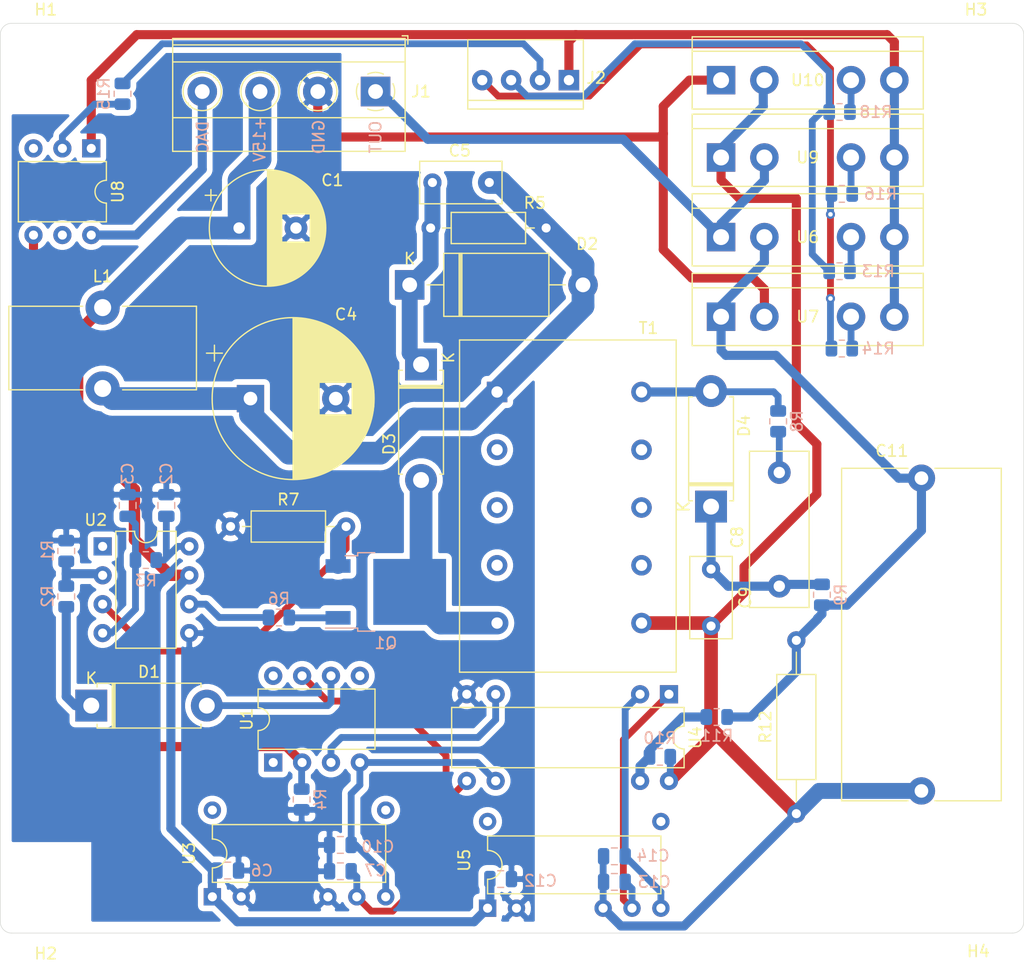
<source format=kicad_pcb>
(kicad_pcb (version 20171130) (host pcbnew "(5.1.10-1-10_14)")
  (layers (0 F.Cu signal) (31 B.Cu signal) (34 B.Paste user) (35 F.Paste user) (36 B.SilkS user) (37 F.SilkS user) (38 B.Mask user) (39 F.Mask user) (44 Edge.Cuts user))
  (net 0 "")
  (net 1 GND)
  (net 2 +15V)
  (net 3 "Net-(C2-Pad1)")
  (net 4 "Net-(C3-Pad1)")
  (net 5 "Net-(C4-Pad1)")
  (net 6 "Net-(C5-Pad2)")
  (net 7 "Net-(C7-Pad1)")
  (net 8 "Net-(C8-Pad2)")
  (net 9 "Net-(C8-Pad1)")
  (net 10 GND2)
  (net 11 "Net-(C10-Pad1)")
  (net 12 "Net-(C11-Pad1)")
  (net 13 "Net-(C13-Pad1)")
  (net 14 "Net-(C14-Pad1)")
  (net 15 "Net-(D1-Pad2)")
  (net 16 "Net-(D1-Pad1)")
  (net 17 "Net-(D3-Pad2)")
  (net 18 "Net-(D4-Pad2)")
  (net 19 dac_input)
  (net 20 HV_output)
  (net 21 set_negativ)
  (net 22 dac_relay)
  (net 23 common_anode)
  (net 24 set_positive)
  (net 25 "Net-(Q1-Pad3)")
  (net 26 "Net-(Q1-Pad1)")
  (net 27 "Net-(R1-Pad2)")
  (net 28 dac_in)
  (net 29 "Net-(R6-Pad2)")
  (net 30 feedback)
  (net 31 "Net-(R13-Pad1)")
  (net 32 "Net-(R14-Pad2)")
  (net 33 "Net-(R15-Pad2)")
  (net 34 "Net-(R16-Pad1)")
  (net 35 "Net-(R18-Pad2)")
  (net 36 "Net-(U1-Pad3)")
  (module Resistor_SMD:R_0805_2012Metric (layer B.Cu) (at 178 135.5 180)
    (fp_text reference R10 (at 0 1.65) (layer B.SilkS) (effects (justify mirror)))
    (fp_text value "30k 1%")
    (pad 2 smd roundrect (at 0.9125 0 180) (size 1.025 1.4) (layers B.Cu B.Paste B.Mask) (roundrect_rratio 0.2439014634146341) (net 30 feedback))
    (pad 1 smd roundrect (at -0.9125 0 180) (size 1.025 1.4) (layers B.Cu B.Paste B.Mask) (roundrect_rratio 0.2439014634146341) (net 10 GND2))
  )
  (module MountingHole:MountingHole_3.2mm_M3 (layer F.Cu) (at 206 147)
    (fp_text reference H4 (at 0 5.6) (layer F.SilkS))
    (fp_text value MountingHole)
    (pad 1 np_thru_hole circle (at 0 0) (size 3.2 3.2) (drill 3.2) (layers *.Cu *.Mask))
  )
  (module MountingHole:MountingHole_3.2mm_M3 (layer F.Cu) (at 206 75)
    (fp_text reference H3 (at -0.2 -5.2) (layer F.SilkS))
    (fp_text value MountingHole)
    (pad 1 np_thru_hole circle (at 0 0) (size 3.2 3.2) (drill 3.2) (layers *.Cu *.Mask))
  )
  (module MountingHole:MountingHole_3.2mm_M3 (layer F.Cu) (at 124 147)
    (fp_text reference H2 (at 0 5.8) (layer F.SilkS))
    (fp_text value MountingHole)
    (pad 1 np_thru_hole circle (at 0 0) (size 3.2 3.2) (drill 3.2) (layers *.Cu *.Mask))
  )
  (module MountingHole:MountingHole_3.2mm_M3 (layer F.Cu) (at 124 75)
    (fp_text reference H1 (at 0 -5.2) (layer F.SilkS))
    (fp_text value MountingHole)
    (pad 1 np_thru_hole circle (at 0 0) (size 3.2 3.2) (drill 3.2) (layers *.Cu *.Mask))
  )
  (module OptoDevice:i4-PAC (layer F.Cu) (at 191 76)
    (fp_text reference U10 (at 0 0) (layer F.SilkS))
    (fp_text value CPC1977)
    (pad 4 thru_hole circle (at 7.62 0) (size 2.5 2.5) (drill 1.4) (layers *.Cu *.Mask) (net 23 common_anode))
    (pad 3 thru_hole circle (at 3.81 0) (size 2.5 2.5) (drill 1.4) (layers *.Cu *.Mask) (net 35 "Net-(R18-Pad2)"))
    (pad 2 thru_hole circle (at -3.81 0) (size 2.5 2.5) (drill 1.4) (layers *.Cu *.Mask) (net 10 GND2))
    (pad 1 thru_hole rect (at -7.62 0) (size 2.5 2.5) (drill 1.4) (layers *.Cu *.Mask) (net 1 GND))
  )
  (module OptoDevice:i4-PAC (layer F.Cu) (at 191 82.8)
    (fp_text reference U9 (at 0 0) (layer F.SilkS))
    (fp_text value CPC1977)
    (pad 4 thru_hole circle (at 7.62 0) (size 2.5 2.5) (drill 1.4) (layers *.Cu *.Mask) (net 23 common_anode))
    (pad 3 thru_hole circle (at 3.81 0) (size 2.5 2.5) (drill 1.4) (layers *.Cu *.Mask) (net 34 "Net-(R16-Pad1)"))
    (pad 2 thru_hole circle (at -3.81 0) (size 2.5 2.5) (drill 1.4) (layers *.Cu *.Mask) (net 20 HV_output))
    (pad 1 thru_hole rect (at -7.62 0) (size 2.5 2.5) (drill 1.4) (layers *.Cu *.Mask) (net 10 GND2))
  )
  (module Package_DIP:DIP-6_W7.62mm (layer F.Cu) (at 128 82 270)
    (fp_text reference U8 (at 3.81 -2.33 90) (layer F.SilkS))
    (fp_text value PVN012)
    (pad 6 thru_hole oval (at 7.62 0 270) (size 1.6 1.6) (drill 0.8) (layers *.Cu *.Mask) (net 19 dac_input))
    (pad 3 thru_hole oval (at 0 5.08 270) (size 1.6 1.6) (drill 0.8) (layers *.Cu *.Mask))
    (pad 5 thru_hole oval (at 7.62 2.54 270) (size 1.6 1.6) (drill 0.8) (layers *.Cu *.Mask))
    (pad 2 thru_hole oval (at 0 2.54 270) (size 1.6 1.6) (drill 0.8) (layers *.Cu *.Mask) (net 33 "Net-(R15-Pad2)"))
    (pad 4 thru_hole oval (at 7.62 5.08 270) (size 1.6 1.6) (drill 0.8) (layers *.Cu *.Mask) (net 28 dac_in))
    (pad 1 thru_hole rect (at 0 0 270) (size 1.6 1.6) (drill 0.8) (layers *.Cu *.Mask) (net 23 common_anode))
  )
  (module OptoDevice:i4-PAC (layer F.Cu) (at 191 96.8)
    (fp_text reference U7 (at 0 0) (layer F.SilkS))
    (fp_text value CPC1977)
    (pad 4 thru_hole circle (at 7.62 0) (size 2.5 2.5) (drill 1.4) (layers *.Cu *.Mask) (net 23 common_anode))
    (pad 3 thru_hole circle (at 3.81 0) (size 2.5 2.5) (drill 1.4) (layers *.Cu *.Mask) (net 32 "Net-(R14-Pad2)"))
    (pad 2 thru_hole circle (at -3.81 0) (size 2.5 2.5) (drill 1.4) (layers *.Cu *.Mask) (net 1 GND))
    (pad 1 thru_hole rect (at -7.62 0) (size 2.5 2.5) (drill 1.4) (layers *.Cu *.Mask) (net 12 "Net-(C11-Pad1)"))
  )
  (module OptoDevice:i4-PAC (layer F.Cu) (at 191 89.8)
    (fp_text reference U6 (at 0 0) (layer F.SilkS))
    (fp_text value CPC1977)
    (pad 4 thru_hole circle (at 7.62 0) (size 2.5 2.5) (drill 1.4) (layers *.Cu *.Mask) (net 23 common_anode))
    (pad 3 thru_hole circle (at 3.81 0) (size 2.5 2.5) (drill 1.4) (layers *.Cu *.Mask) (net 31 "Net-(R13-Pad1)"))
    (pad 2 thru_hole circle (at -3.81 0) (size 2.5 2.5) (drill 1.4) (layers *.Cu *.Mask) (net 12 "Net-(C11-Pad1)"))
    (pad 1 thru_hole rect (at -7.62 0) (size 2.5 2.5) (drill 1.4) (layers *.Cu *.Mask) (net 20 HV_output))
  )
  (module Converter_DCDC:Converter_DCDC_DCP01xxxxD (layer F.Cu) (at 169.2 145 90)
    (fp_text reference U5 (at 0.4 -8.4 90) (layer F.SilkS))
    (fp_text value DCP011515D)
    (pad 14 thru_hole circle (at 3.81 -6.35 90) (size 1.524 1.524) (drill 0.8) (layers *.Cu *.Mask))
    (pad 8 thru_hole circle (at 3.81 8.89 90) (size 1.524 1.524) (drill 0.8) (layers *.Cu *.Mask))
    (pad 7 thru_hole circle (at -3.81 8.89 90) (size 1.524 1.524) (drill 0.8) (layers *.Cu *.Mask) (net 14 "Net-(C14-Pad1)"))
    (pad 6 thru_hole circle (at -3.81 6.35 90) (size 1.524 1.524) (drill 0.8) (layers *.Cu *.Mask) (net 13 "Net-(C13-Pad1)"))
    (pad 5 thru_hole circle (at -3.81 3.81 90) (size 1.524 1.524) (drill 0.8) (layers *.Cu *.Mask) (net 10 GND2))
    (pad 2 thru_hole circle (at -3.81 -3.81 90) (size 1.524 1.524) (drill 0.8) (layers *.Cu *.Mask) (net 1 GND))
    (pad 1 thru_hole rect (at -3.81 -6.35 90) (size 1.524 1.524) (drill 0.8) (layers *.Cu *.Mask) (net 2 +15V))
  )
  (module Package_DIP:DIP-8-16_W7.62mm (layer F.Cu) (at 178.8 130 270)
    (fp_text reference U4 (at 3.81 -2.33 90) (layer F.SilkS))
    (fp_text value ISO124P)
    (pad 8 thru_hole circle (at 7.62 0 270) (size 1.6 1.6) (drill 0.8) (layers *.Cu *.Mask) (net 10 GND2))
    (pad 4 thru_hole circle (at 0 17.78 270) (size 1.6 1.6) (drill 0.8) (layers *.Cu *.Mask) (net 1 GND))
    (pad 7 thru_hole circle (at 7.62 2.54 270) (size 1.6 1.6) (drill 0.8) (layers *.Cu *.Mask) (net 30 feedback))
    (pad 3 thru_hole circle (at 0 15.24 270) (size 1.6 1.6) (drill 0.8) (layers *.Cu *.Mask) (net 36 "Net-(U1-Pad3)"))
    (pad 6 thru_hole circle (at 7.62 15.24 270) (size 1.6 1.6) (drill 0.8) (layers *.Cu *.Mask) (net 11 "Net-(C10-Pad1)"))
    (pad 2 thru_hole circle (at 0 2.54 270) (size 1.6 1.6) (drill 0.8) (layers *.Cu *.Mask) (net 14 "Net-(C14-Pad1)"))
    (pad 5 thru_hole circle (at 7.62 17.78 270) (size 1.6 1.6) (drill 0.8) (layers *.Cu *.Mask) (net 7 "Net-(C7-Pad1)"))
    (pad 1 thru_hole rect (at 0 0 270) (size 1.6 1.6) (drill 0.8) (layers *.Cu *.Mask) (net 13 "Net-(C13-Pad1)"))
  )
  (module Converter_DCDC:Converter_DCDC_DCP01xxxxD (layer F.Cu) (at 145 144 90)
    (fp_text reference U3 (at 0 -8.4 90) (layer F.SilkS))
    (fp_text value DCP011515D)
    (pad 14 thru_hole circle (at 3.81 -6.35 90) (size 1.524 1.524) (drill 0.8) (layers *.Cu *.Mask))
    (pad 8 thru_hole circle (at 3.81 8.89 90) (size 1.524 1.524) (drill 0.8) (layers *.Cu *.Mask))
    (pad 7 thru_hole circle (at -3.81 8.89 90) (size 1.524 1.524) (drill 0.8) (layers *.Cu *.Mask) (net 11 "Net-(C10-Pad1)"))
    (pad 6 thru_hole circle (at -3.81 6.35 90) (size 1.524 1.524) (drill 0.8) (layers *.Cu *.Mask) (net 7 "Net-(C7-Pad1)"))
    (pad 5 thru_hole circle (at -3.81 3.81 90) (size 1.524 1.524) (drill 0.8) (layers *.Cu *.Mask) (net 1 GND))
    (pad 2 thru_hole circle (at -3.81 -3.81 90) (size 1.524 1.524) (drill 0.8) (layers *.Cu *.Mask) (net 1 GND))
    (pad 1 thru_hole rect (at -3.81 -6.35 90) (size 1.524 1.524) (drill 0.8) (layers *.Cu *.Mask) (net 2 +15V))
  )
  (module Package_DIP:DIP-8_W7.62mm (layer F.Cu) (at 129 117)
    (fp_text reference U2 (at -0.6 -2.33) (layer F.SilkS))
    (fp_text value UC3845_DIP8)
    (pad 8 thru_hole oval (at 7.62 0) (size 1.6 1.6) (drill 0.8) (layers *.Cu *.Mask) (net 3 "Net-(C2-Pad1)"))
    (pad 4 thru_hole oval (at 0 7.62) (size 1.6 1.6) (drill 0.8) (layers *.Cu *.Mask) (net 4 "Net-(C3-Pad1)"))
    (pad 7 thru_hole oval (at 7.62 2.54) (size 1.6 1.6) (drill 0.8) (layers *.Cu *.Mask) (net 2 +15V))
    (pad 3 thru_hole oval (at 0 5.08) (size 1.6 1.6) (drill 0.8) (layers *.Cu *.Mask) (net 25 "Net-(Q1-Pad3)"))
    (pad 6 thru_hole oval (at 7.62 5.08) (size 1.6 1.6) (drill 0.8) (layers *.Cu *.Mask) (net 29 "Net-(R6-Pad2)"))
    (pad 2 thru_hole oval (at 0 2.54) (size 1.6 1.6) (drill 0.8) (layers *.Cu *.Mask) (net 27 "Net-(R1-Pad2)"))
    (pad 5 thru_hole oval (at 7.62 7.62) (size 1.6 1.6) (drill 0.8) (layers *.Cu *.Mask) (net 1 GND))
    (pad 1 thru_hole rect (at 0 0) (size 1.6 1.6) (drill 0.8) (layers *.Cu *.Mask))
  )
  (module Package_DIP:DIP-8_W7.62mm (layer F.Cu) (at 144 136 90)
    (fp_text reference U1 (at 3.81 -2.33 90) (layer F.SilkS))
    (fp_text value OP177)
    (pad 8 thru_hole oval (at 7.62 0 90) (size 1.6 1.6) (drill 0.8) (layers *.Cu *.Mask))
    (pad 4 thru_hole oval (at 0 7.62 90) (size 1.6 1.6) (drill 0.8) (layers *.Cu *.Mask) (net 11 "Net-(C10-Pad1)"))
    (pad 7 thru_hole oval (at 7.62 2.54 90) (size 1.6 1.6) (drill 0.8) (layers *.Cu *.Mask) (net 7 "Net-(C7-Pad1)"))
    (pad 3 thru_hole oval (at 0 5.08 90) (size 1.6 1.6) (drill 0.8) (layers *.Cu *.Mask) (net 36 "Net-(U1-Pad3)"))
    (pad 6 thru_hole oval (at 7.62 5.08 90) (size 1.6 1.6) (drill 0.8) (layers *.Cu *.Mask) (net 15 "Net-(D1-Pad2)"))
    (pad 2 thru_hole oval (at 0 2.54 90) (size 1.6 1.6) (drill 0.8) (layers *.Cu *.Mask) (net 28 dac_in))
    (pad 5 thru_hole oval (at 7.62 7.62 90) (size 1.6 1.6) (drill 0.8) (layers *.Cu *.Mask))
    (pad 1 thru_hole rect (at 0 0 90) (size 1.6 1.6) (drill 0.8) (layers *.Cu *.Mask))
  )
  (module Resistor_SMD:R_0805_2012Metric (layer B.Cu) (at 193.8 78.8)
    (fp_text reference R18 (at 3.2 0) (layer B.SilkS) (effects (justify mirror)))
    (fp_text value 1k)
    (pad 2 smd roundrect (at 0.9125 0) (size 1.025 1.4) (layers B.Cu B.Paste B.Mask) (roundrect_rratio 0.2439014634146341) (net 35 "Net-(R18-Pad2)"))
    (pad 1 smd roundrect (at -0.9125 0) (size 1.025 1.4) (layers B.Cu B.Paste B.Mask) (roundrect_rratio 0.2439014634146341) (net 24 set_positive))
  )
  (module Resistor_SMD:R_0805_2012Metric (layer B.Cu) (at 194 86 180)
    (fp_text reference R16 (at -3.4 0) (layer B.SilkS) (effects (justify mirror)))
    (fp_text value 1k)
    (pad 2 smd roundrect (at 0.9125 0 180) (size 1.025 1.4) (layers B.Cu B.Paste B.Mask) (roundrect_rratio 0.2439014634146341) (net 21 set_negativ))
    (pad 1 smd roundrect (at -0.9125 0 180) (size 1.025 1.4) (layers B.Cu B.Paste B.Mask) (roundrect_rratio 0.2439014634146341) (net 34 "Net-(R16-Pad1)"))
  )
  (module Resistor_SMD:R_0805_2012Metric (layer B.Cu) (at 130.75 77.2 270)
    (fp_text reference R15 (at 0 1.65 90) (layer B.SilkS) (effects (justify mirror)))
    (fp_text value 1k)
    (pad 2 smd roundrect (at 0.9125 0 270) (size 1.025 1.4) (layers B.Cu B.Paste B.Mask) (roundrect_rratio 0.2439014634146341) (net 33 "Net-(R15-Pad2)"))
    (pad 1 smd roundrect (at -0.9125 0 270) (size 1.025 1.4) (layers B.Cu B.Paste B.Mask) (roundrect_rratio 0.2439014634146341) (net 22 dac_relay))
  )
  (module Resistor_SMD:R_0805_2012Metric (layer B.Cu) (at 194 99.6)
    (fp_text reference R14 (at 3.2 0) (layer B.SilkS) (effects (justify mirror)))
    (fp_text value 1k)
    (pad 2 smd roundrect (at 0.9125 0) (size 1.025 1.4) (layers B.Cu B.Paste B.Mask) (roundrect_rratio 0.2439014634146341) (net 32 "Net-(R14-Pad2)"))
    (pad 1 smd roundrect (at -0.9125 0) (size 1.025 1.4) (layers B.Cu B.Paste B.Mask) (roundrect_rratio 0.2439014634146341) (net 21 set_negativ))
  )
  (module Resistor_SMD:R_0805_2012Metric (layer B.Cu) (at 193.8 92.8 180)
    (fp_text reference R13 (at -3.4 0) (layer B.SilkS) (effects (justify mirror)))
    (fp_text value 1k)
    (pad 2 smd roundrect (at 0.9125 0 180) (size 1.025 1.4) (layers B.Cu B.Paste B.Mask) (roundrect_rratio 0.2439014634146341) (net 24 set_positive))
    (pad 1 smd roundrect (at -0.9125 0 180) (size 1.025 1.4) (layers B.Cu B.Paste B.Mask) (roundrect_rratio 0.2439014634146341) (net 31 "Net-(R13-Pad1)"))
  )
  (module Resistor_THT:R_Axial_DIN0309_L9.0mm_D3.2mm_P15.24mm_Horizontal (layer F.Cu) (at 190 140.5 90)
    (fp_text reference R12 (at 7.62 -2.72 90) (layer F.SilkS))
    (fp_text value "500k 0.5W")
    (pad 2 thru_hole oval (at 15.24 0 90) (size 1.6 1.6) (drill 0.8) (layers *.Cu *.Mask) (net 12 "Net-(C11-Pad1)"))
    (pad 1 thru_hole circle (at 0 0 90) (size 1.6 1.6) (drill 0.8) (layers *.Cu *.Mask) (net 10 GND2))
  )
  (module Resistor_SMD:R_0805_2012Metric (layer B.Cu) (at 183 132)
    (fp_text reference R11 (at 0 1.65) (layer B.SilkS) (effects (justify mirror)))
    (fp_text value "1.5M 1%")
    (pad 2 smd roundrect (at 0.9125 0) (size 1.025 1.4) (layers B.Cu B.Paste B.Mask) (roundrect_rratio 0.2439014634146341) (net 12 "Net-(C11-Pad1)"))
    (pad 1 smd roundrect (at -0.9125 0) (size 1.025 1.4) (layers B.Cu B.Paste B.Mask) (roundrect_rratio 0.2439014634146341) (net 30 feedback))
  )
  (module Resistor_SMD:R_0805_2012Metric (layer B.Cu) (at 192.25 121.25 90)
    (fp_text reference R9 (at 0 1.65 90) (layer B.SilkS) (effects (justify mirror)))
    (fp_text value 1k)
    (pad 2 smd roundrect (at 0.9125 0 90) (size 1.025 1.4) (layers B.Cu B.Paste B.Mask) (roundrect_rratio 0.2439014634146341) (net 9 "Net-(C8-Pad1)"))
    (pad 1 smd roundrect (at -0.9125 0 90) (size 1.025 1.4) (layers B.Cu B.Paste B.Mask) (roundrect_rratio 0.2439014634146341) (net 12 "Net-(C11-Pad1)"))
  )
  (module Resistor_SMD:R_0805_2012Metric (layer B.Cu) (at 188.4 106 90)
    (fp_text reference R8 (at 0 1.65 90) (layer B.SilkS) (effects (justify mirror)))
    (fp_text value 1k)
    (pad 2 smd roundrect (at 0.9125 0 90) (size 1.025 1.4) (layers B.Cu B.Paste B.Mask) (roundrect_rratio 0.2439014634146341) (net 18 "Net-(D4-Pad2)"))
    (pad 1 smd roundrect (at -0.9125 0 90) (size 1.025 1.4) (layers B.Cu B.Paste B.Mask) (roundrect_rratio 0.2439014634146341) (net 8 "Net-(C8-Pad2)"))
  )
  (module Resistor_THT:R_Axial_DIN0207_L6.3mm_D2.5mm_P10.16mm_Horizontal (layer F.Cu) (at 140.25 115.25)
    (fp_text reference R7 (at 5.08 -2.37) (layer F.SilkS))
    (fp_text value 0.2)
    (pad 2 thru_hole oval (at 10.16 0) (size 1.6 1.6) (drill 0.8) (layers *.Cu *.Mask) (net 25 "Net-(Q1-Pad3)"))
    (pad 1 thru_hole circle (at 0 0) (size 1.6 1.6) (drill 0.8) (layers *.Cu *.Mask) (net 1 GND))
  )
  (module Resistor_SMD:R_0805_2012Metric (layer B.Cu) (at 144.5 123.25 180)
    (fp_text reference R6 (at 0 1.65) (layer B.SilkS) (effects (justify mirror)))
    (fp_text value 20)
    (pad 2 smd roundrect (at 0.9125 0 180) (size 1.025 1.4) (layers B.Cu B.Paste B.Mask) (roundrect_rratio 0.2439014634146341) (net 29 "Net-(R6-Pad2)"))
    (pad 1 smd roundrect (at -0.9125 0 180) (size 1.025 1.4) (layers B.Cu B.Paste B.Mask) (roundrect_rratio 0.2439014634146341) (net 26 "Net-(Q1-Pad1)"))
  )
  (module Resistor_THT:R_Axial_DIN0207_L6.3mm_D2.5mm_P10.16mm_Horizontal (layer F.Cu) (at 168 89 180)
    (fp_text reference R5 (at 1 2.2) (layer F.SilkS))
    (fp_text value 27k)
    (pad 2 thru_hole oval (at 10.16 0 180) (size 1.6 1.6) (drill 0.8) (layers *.Cu *.Mask) (net 6 "Net-(C5-Pad2)"))
    (pad 1 thru_hole circle (at 0 0 180) (size 1.6 1.6) (drill 0.8) (layers *.Cu *.Mask) (net 5 "Net-(C4-Pad1)"))
  )
  (module Resistor_SMD:R_0805_2012Metric (layer B.Cu) (at 146.5 139.25 90)
    (fp_text reference R4 (at 0 1.65 90) (layer B.SilkS) (effects (justify mirror)))
    (fp_text value 100k)
    (pad 2 smd roundrect (at 0.9125 0 90) (size 1.025 1.4) (layers B.Cu B.Paste B.Mask) (roundrect_rratio 0.2439014634146341) (net 28 dac_in))
    (pad 1 smd roundrect (at -0.9125 0 90) (size 1.025 1.4) (layers B.Cu B.Paste B.Mask) (roundrect_rratio 0.2439014634146341) (net 1 GND))
  )
  (module Resistor_SMD:R_0805_2012Metric (layer B.Cu) (at 132.8 118.2)
    (fp_text reference R3 (at 0 1.8) (layer B.SilkS) (effects (justify mirror)))
    (fp_text value 6.8k)
    (pad 2 smd roundrect (at 0.9125 0) (size 1.025 1.4) (layers B.Cu B.Paste B.Mask) (roundrect_rratio 0.2439014634146341) (net 3 "Net-(C2-Pad1)"))
    (pad 1 smd roundrect (at -0.9125 0) (size 1.025 1.4) (layers B.Cu B.Paste B.Mask) (roundrect_rratio 0.2439014634146341) (net 4 "Net-(C3-Pad1)"))
  )
  (module Resistor_SMD:R_0805_2012Metric (layer B.Cu) (at 125.8 121.4 270)
    (fp_text reference R2 (at 0 1.65 90) (layer B.SilkS) (effects (justify mirror)))
    (fp_text value 10k)
    (pad 2 smd roundrect (at 0.9125 0 270) (size 1.025 1.4) (layers B.Cu B.Paste B.Mask) (roundrect_rratio 0.2439014634146341) (net 16 "Net-(D1-Pad1)"))
    (pad 1 smd roundrect (at -0.9125 0 270) (size 1.025 1.4) (layers B.Cu B.Paste B.Mask) (roundrect_rratio 0.2439014634146341) (net 27 "Net-(R1-Pad2)"))
  )
  (module Resistor_SMD:R_0805_2012Metric (layer B.Cu) (at 125.8 117.4 270)
    (fp_text reference R1 (at 0 1.65 90) (layer B.SilkS) (effects (justify mirror)))
    (fp_text value 10k)
    (pad 2 smd roundrect (at 0.9125 0 270) (size 1.025 1.4) (layers B.Cu B.Paste B.Mask) (roundrect_rratio 0.2439014634146341) (net 27 "Net-(R1-Pad2)"))
    (pad 1 smd roundrect (at -0.9125 0 270) (size 1.025 1.4) (layers B.Cu B.Paste B.Mask) (roundrect_rratio 0.2439014634146341) (net 1 GND))
  )
  (module Package_TO_SOT_SMD:TO-252-2 (layer B.Cu) (at 153.9 121)
    (fp_text reference Q1 (at 0 4.5) (layer B.SilkS) (effects (justify mirror)))
    (fp_text value IRF640NSTR)
    (pad 2 smd rect (at 2.1 0) (size 6.4 5.8) (layers B.Cu B.Mask) (net 17 "Net-(D3-Pad2)"))
    (pad 3 smd rect (at -4.2 -2.28) (size 2.2 1.2) (layers B.Cu B.Paste B.Mask) (net 25 "Net-(Q1-Pad3)"))
    (pad 1 smd rect (at -4.2 2.28) (size 2.2 1.2) (layers B.Cu B.Paste B.Mask) (net 26 "Net-(Q1-Pad1)"))
  )
  (module Inductor_THT:L_Toroid_Vertical_L16.3mm_W7.1mm_P7.11mm_Pulse_H (layer F.Cu) (at 129 96)
    (fp_text reference L1 (at 0 -2.75) (layer F.SilkS))
    (fp_text value L)
    (pad 2 thru_hole circle (at 0 7.11) (size 3 3) (drill 1.5) (layers *.Cu *.Mask) (net 5 "Net-(C4-Pad1)"))
    (pad 1 thru_hole circle (at 0 0) (size 3 3) (drill 1.5) (layers *.Cu *.Mask) (net 2 +15V))
  )
  (module Connector_KF2510:KF2510_4pin (layer F.Cu) (at 170 76 270)
    (fp_text reference J2 (at -0.2 -2.4 180) (layer F.SilkS))
    (fp_text value Conn_01x04_Male)
    (pad 4 thru_hole circle (at 0 7.62 270) (size 1.8 1.8) (drill 0.9) (layers *.Cu *.Mask) (net 21 set_negativ))
    (pad 2 thru_hole circle (at 0 2.54 270) (size 1.8 1.8) (drill 0.9) (layers *.Cu *.Mask) (net 22 dac_relay))
    (pad 1 thru_hole rect (at 0 0 270) (size 1.8 1.8) (drill 0.9) (layers *.Cu *.Mask) (net 23 common_anode))
    (pad 3 thru_hole circle (at 0 5.08 270) (size 1.8 1.8) (drill 0.9) (layers *.Cu *.Mask) (net 24 set_positive))
  )
  (module TerminalBlock_Phoenix:TerminalBlock_Phoenix_MKDS-1,5-4-5.08_1x04_P5.08mm_Horizontal (layer F.Cu) (at 153 77 180)
    (fp_text reference J1 (at -4 0) (layer F.SilkS))
    (fp_text value Screw_Terminal_01x04)
    (pad 4 thru_hole circle (at 15.24 0 180) (size 2.6 2.6) (drill 1.3) (layers *.Cu *.Mask) (net 19 dac_input))
    (pad 3 thru_hole circle (at 10.16 0 180) (size 2.6 2.6) (drill 1.3) (layers *.Cu *.Mask) (net 2 +15V))
    (pad 2 thru_hole circle (at 5.08 0 180) (size 2.6 2.6) (drill 1.3) (layers *.Cu *.Mask) (net 1 GND))
    (pad 1 thru_hole rect (at 0 0 180) (size 2.6 2.6) (drill 1.3) (layers *.Cu *.Mask) (net 20 HV_output))
  )
  (module "Transformer_THT:EF25 E25.13.7_Vertical" (layer F.Cu) (at 169.4 113.8)
    (fp_text reference T1 (at 7.6 -16 180) (layer F.SilkS))
    (fp_text value Transfomer_1P_1S_custom)
    (pad 1 thru_hole rect (at -5.715 -10.38) (size 1.8 1.8) (drill 1) (layers *.Cu *.Mask) (net 5 "Net-(C4-Pad1)"))
    (pad 2 thru_hole circle (at -5.715 -5.3) (size 1.8 1.8) (drill 1) (layers *.Cu *.Mask))
    (pad 3 thru_hole circle (at -5.715 -0.22) (size 1.8 1.8) (drill 1) (layers *.Cu *.Mask))
    (pad 4 thru_hole circle (at -5.715 4.86) (size 1.8 1.8) (drill 1) (layers *.Cu *.Mask))
    (pad 5 thru_hole circle (at -5.715 9.94) (size 1.8 1.8) (drill 1) (layers *.Cu *.Mask) (net 17 "Net-(D3-Pad2)"))
    (pad 6 thru_hole circle (at 6.985 9.94) (size 1.8 1.8) (drill 1) (layers *.Cu *.Mask) (net 10 GND2))
    (pad 7 thru_hole circle (at 6.985 4.86) (size 1.8 1.8) (drill 1) (layers *.Cu *.Mask))
    (pad 8 thru_hole circle (at 6.985 -0.22) (size 1.8 1.8) (drill 1) (layers *.Cu *.Mask))
    (pad 9 thru_hole circle (at 6.985 -5.3) (size 1.8 1.8) (drill 1) (layers *.Cu *.Mask))
    (pad 10 thru_hole circle (at 6.985 -10.38) (size 1.8 1.8) (drill 1) (layers *.Cu *.Mask) (net 18 "Net-(D4-Pad2)"))
  )
  (module Diode_THT:D_5W_P10.16mm_Horizontal (layer F.Cu) (at 182.5 113.5 90)
    (fp_text reference D4 (at 7.1 2.9 90) (layer F.SilkS))
    (fp_text value UF4007)
    (fp_text user K (at 0 -2.4 90) (layer F.SilkS))
    (pad 2 thru_hole oval (at 10.16 0 90) (size 2.8 2.8) (drill 1.4) (layers *.Cu *.Mask) (net 18 "Net-(D4-Pad2)"))
    (pad 1 thru_hole rect (at 0 0 90) (size 2.8 2.8) (drill 1.4) (layers *.Cu *.Mask) (net 9 "Net-(C8-Pad1)"))
  )
  (module Diode_THT:D_5W_P10.16mm_Horizontal (layer F.Cu) (at 157 101 270)
    (fp_text reference D3 (at 7 2.8 90) (layer F.SilkS))
    (fp_text value UF4007)
    (fp_text user K (at -0.6 -2.4 90) (layer F.SilkS))
    (pad 2 thru_hole oval (at 10.16 0 270) (size 2.8 2.8) (drill 1.4) (layers *.Cu *.Mask) (net 17 "Net-(D3-Pad2)"))
    (pad 1 thru_hole rect (at 0 0 270) (size 2.8 2.8) (drill 1.4) (layers *.Cu *.Mask) (net 6 "Net-(C5-Pad2)"))
  )
  (module Diode_THT:D_DO-201AE_P15.24mm_Horizontal (layer F.Cu) (at 156 94)
    (fp_text reference D2 (at 15.6 -3.6) (layer F.SilkS))
    (fp_text value 1.5KE75A)
    (fp_text user K (at 0 -2.3) (layer F.SilkS))
    (pad 2 thru_hole oval (at 15.24 0) (size 2.6 2.6) (drill 1.3) (layers *.Cu *.Mask) (net 5 "Net-(C4-Pad1)"))
    (pad 1 thru_hole rect (at 0 0) (size 2.6 2.6) (drill 1.3) (layers *.Cu *.Mask) (net 6 "Net-(C5-Pad2)"))
  )
  (module Diode_THT:D_5W_P10.16mm_Horizontal (layer F.Cu) (at 128 131)
    (fp_text reference D1 (at 5.08 -2.97) (layer F.SilkS))
    (fp_text value UF4007)
    (fp_text user K (at 0 -2.4) (layer F.SilkS))
    (pad 2 thru_hole oval (at 10.16 0) (size 2.8 2.8) (drill 1.4) (layers *.Cu *.Mask) (net 15 "Net-(D1-Pad2)"))
    (pad 1 thru_hole rect (at 0 0) (size 2.8 2.8) (drill 1.4) (layers *.Cu *.Mask) (net 16 "Net-(D1-Pad1)"))
  )
  (module Capacitor_SMD:C_0805_2012Metric (layer B.Cu) (at 174 144.25 180)
    (fp_text reference C14 (at -3.4 0.05) (layer B.SilkS) (effects (justify mirror)))
    (fp_text value 1uF)
    (pad 2 smd roundrect (at 0.95 0 180) (size 1 1.45) (layers B.Cu B.Paste B.Mask) (net 10 GND2))
    (pad 1 smd roundrect (at -0.95 0 180) (size 1 1.45) (layers B.Cu B.Paste B.Mask) (net 14 "Net-(C14-Pad1)"))
  )
  (module Capacitor_SMD:C_0805_2012Metric (layer B.Cu) (at 174 146.5 180)
    (fp_text reference C13 (at -3.5 0) (layer B.SilkS) (effects (justify mirror)))
    (fp_text value 1uF)
    (pad 2 smd roundrect (at 0.95 0 180) (size 1 1.45) (layers B.Cu B.Paste B.Mask) (net 10 GND2))
    (pad 1 smd roundrect (at -0.95 0 180) (size 1 1.45) (layers B.Cu B.Paste B.Mask) (net 13 "Net-(C13-Pad1)"))
  )
  (module Capacitor_SMD:C_0805_2012Metric (layer B.Cu) (at 164 146.25)
    (fp_text reference C12 (at 3.5 0.15) (layer B.SilkS) (effects (justify mirror)))
    (fp_text value 1uF)
    (pad 2 smd roundrect (at 0.95 0) (size 1 1.45) (layers B.Cu B.Paste B.Mask) (net 1 GND))
    (pad 1 smd roundrect (at -0.95 0) (size 1 1.45) (layers B.Cu B.Paste B.Mask) (net 2 +15V))
  )
  (module Capacitor_THT:C_Rect_L29.0mm_W13.8mm_P27.50mm_MKT (layer F.Cu) (at 201 111 270)
    (fp_text reference C11 (at -2.4 2.6 180) (layer F.SilkS))
    (fp_text value "2.2uF 630V")
    (pad 2 thru_hole circle (at 27.5 0 270) (size 2.4 2.4) (drill 1.2) (layers *.Cu *.Mask) (net 10 GND2))
    (pad 1 thru_hole circle (at 0 0 270) (size 2.4 2.4) (drill 1.2) (layers *.Cu *.Mask) (net 12 "Net-(C11-Pad1)"))
  )
  (module Capacitor_SMD:C_0805_2012Metric (layer B.Cu) (at 149.904999 143.25 180)
    (fp_text reference C10 (at -3.295001 -0.15) (layer B.SilkS) (effects (justify mirror)))
    (fp_text value 1uF)
    (pad 2 smd roundrect (at 0.95 0 180) (size 1 1.45) (layers B.Cu B.Paste B.Mask) (net 1 GND))
    (pad 1 smd roundrect (at -0.95 0 180) (size 1 1.45) (layers B.Cu B.Paste B.Mask) (net 11 "Net-(C10-Pad1)"))
  )
  (module Capacitor_THT:C_Rect_L7.0mm_W3.5mm_P5.00mm (layer F.Cu) (at 182.5 119 270)
    (fp_text reference C9 (at 2.5 -3 90) (layer F.SilkS))
    (fp_text value "1nF 2kV")
    (pad 2 thru_hole circle (at 5 0 270) (size 1.6 1.6) (drill 0.8) (layers *.Cu *.Mask) (net 10 GND2))
    (pad 1 thru_hole circle (at 0 0 270) (size 1.6 1.6) (drill 0.8) (layers *.Cu *.Mask) (net 9 "Net-(C8-Pad1)"))
  )
  (module Capacitor_THT:C_Rect_L13.5mm_W5.0mm_P10.00mm_FKS3_FKP3_MKS4 (layer F.Cu) (at 188.5 120.5 90)
    (fp_text reference C8 (at 4.3 -3.7 90) (layer F.SilkS))
    (fp_text value "8pF 1kV")
    (pad 2 thru_hole circle (at 10 0 90) (size 2 2) (drill 1) (layers *.Cu *.Mask) (net 8 "Net-(C8-Pad2)"))
    (pad 1 thru_hole circle (at 0 0 90) (size 2 2) (drill 1) (layers *.Cu *.Mask) (net 9 "Net-(C8-Pad1)"))
  )
  (module Capacitor_SMD:C_0805_2012Metric (layer B.Cu) (at 149.904999 145.565001 180)
    (fp_text reference C7 (at -3.095001 0.065001) (layer B.SilkS) (effects (justify mirror)))
    (fp_text value 1uF)
    (pad 2 smd roundrect (at 0.95 0 180) (size 1 1.45) (layers B.Cu B.Paste B.Mask) (net 1 GND))
    (pad 1 smd roundrect (at -0.95 0 180) (size 1 1.45) (layers B.Cu B.Paste B.Mask) (net 7 "Net-(C7-Pad1)"))
  )
  (module Capacitor_SMD:C_0805_2012Metric (layer B.Cu) (at 140 145.5)
    (fp_text reference C6 (at 3 0) (layer B.SilkS) (effects (justify mirror)))
    (fp_text value 1uF)
    (pad 2 smd roundrect (at 0.95 0) (size 1 1.45) (layers B.Cu B.Paste B.Mask) (net 1 GND))
    (pad 1 smd roundrect (at -0.95 0) (size 1 1.45) (layers B.Cu B.Paste B.Mask) (net 2 +15V))
  )
  (module Capacitor_THT:C_Rect_L7.0mm_W3.5mm_P5.00mm (layer F.Cu) (at 163 85 180)
    (fp_text reference C5 (at 2.6 2.8) (layer F.SilkS))
    (fp_text value 100nF)
    (pad 2 thru_hole circle (at 5 0 180) (size 1.6 1.6) (drill 0.8) (layers *.Cu *.Mask) (net 6 "Net-(C5-Pad2)"))
    (pad 1 thru_hole circle (at 0 0 180) (size 1.6 1.6) (drill 0.8) (layers *.Cu *.Mask) (net 5 "Net-(C4-Pad1)"))
  )
  (module Capacitor_THT:CP_Radial_D14.0mm_P7.50mm (layer F.Cu) (at 142 104)
    (fp_text reference C4 (at 8.4 -7.4) (layer F.SilkS))
    (fp_text value "2200uF 35v")
    (pad 2 thru_hole circle (at 7.5 0) (size 2.4 2.4) (drill 1.2) (layers *.Cu *.Mask) (net 1 GND))
    (pad 1 thru_hole rect (at 0 0) (size 2.4 2.4) (drill 1.2) (layers *.Cu *.Mask) (net 5 "Net-(C4-Pad1)"))
  )
  (module Capacitor_SMD:C_0805_2012Metric (layer B.Cu) (at 131.2 113.4 90)
    (fp_text reference C3 (at 2.8 0 90) (layer B.SilkS) (effects (justify mirror)))
    (fp_text value 2.2nF)
    (pad 2 smd roundrect (at 0.95 0 90) (size 1 1.45) (layers B.Cu B.Paste B.Mask) (net 1 GND))
    (pad 1 smd roundrect (at -0.95 0 90) (size 1 1.45) (layers B.Cu B.Paste B.Mask) (net 4 "Net-(C3-Pad1)"))
  )
  (module Capacitor_SMD:C_0805_2012Metric (layer B.Cu) (at 134.6 113.4 90)
    (fp_text reference C2 (at 2.8 0 90) (layer B.SilkS) (effects (justify mirror)))
    (fp_text value 22nF)
    (pad 2 smd roundrect (at 0.95 0 90) (size 1 1.45) (layers B.Cu B.Paste B.Mask) (net 1 GND))
    (pad 1 smd roundrect (at -0.95 0 90) (size 1 1.45) (layers B.Cu B.Paste B.Mask) (net 3 "Net-(C2-Pad1)"))
  )
  (module Capacitor_THT:CP_Radial_D10.0mm_P5.00mm (layer F.Cu) (at 141 89)
    (fp_text reference C1 (at 8.2 -4.2) (layer F.SilkS))
    (fp_text value "220uF 35v")
    (pad 2 thru_hole circle (at 5 0) (size 2 2) (drill 1) (layers *.Cu *.Mask) (net 1 GND))
    (pad 1 thru_hole rect (at 0 0) (size 2 2) (drill 1) (layers *.Cu *.Mask) (net 2 +15V))
  )
  (gr_text +15V (at 142.8 81.2 90) (layer B.SilkS) (effects (font (size 1 1)) (justify mirror)))
  (gr_text DAC (at 137.8 81 90) (layer B.SilkS) (effects (font (size 1 1)) (justify mirror)))
  (gr_text OUT (at 153 81 90) (layer B.SilkS) (effects (font (size 1 1)) (justify mirror)))
  (gr_text GND (at 148 81 90) (layer B.SilkS) (effects (font (size 1 1)) (justify mirror)))
  (gr_arc (start 209 72) (end 210 72) (angle -90) (layer Edge.Cuts) (width 0.05))
  (gr_arc (start 209 150) (end 209 151) (angle -90) (layer Edge.Cuts) (width 0.05))
  (gr_arc (start 121 150) (end 120 150) (angle -90) (layer Edge.Cuts) (width 0.05))
  (gr_arc (start 121 72) (end 121 71) (angle -90) (layer Edge.Cuts) (width 0.05))
  (gr_line (start 120 150) (end 120 72) (layer Edge.Cuts) (width 0.05))
  (gr_line (start 209 151) (end 121 151) (layer Edge.Cuts) (width 0.05))
  (gr_line (start 210 72) (end 210 150) (layer Edge.Cuts) (width 0.05))
  (gr_line (start 121 71) (end 209 71) (layer Edge.Cuts) (width 0.05))
  (segment (start 183.38 76) (end 180.6 76) (width 0.8) (layer F.Cu) (net 1))
  (segment (start 187.19 96.8) (end 187.19 94.39) (width 0.8) (layer F.Cu) (net 1))
  (segment (start 187.19 94.39) (end 186.2 93.4) (width 0.8) (layer F.Cu) (net 1))
  (segment (start 186.2 93.4) (end 180.8 93.4) (width 0.8) (layer F.Cu) (net 1))
  (segment (start 180.8 93.4) (end 178.3 90.9) (width 0.8) (layer F.Cu) (net 1))
  (segment (start 180.6 76) (end 178.3 78.3) (width 0.8) (layer F.Cu) (net 1))
  (segment (start 178 81) (end 178.3 80.7) (width 0.8) (layer F.Cu) (net 1))
  (segment (start 147.92 79.12) (end 149.8 81) (width 0.8) (layer F.Cu) (net 1))
  (segment (start 149.8 81) (end 178 81) (width 0.8) (layer F.Cu) (net 1))
  (segment (start 147.92 77) (end 147.92 79.12) (width 0.8) (layer F.Cu) (net 1))
  (segment (start 178.3 80.7) (end 178.3 78.3) (width 0.8) (layer F.Cu) (net 1))
  (segment (start 178.3 90.9) (end 178.3 80.7) (width 0.8) (layer F.Cu) (net 1))
  (segment (start 142.84 77) (end 142.84 82.96) (width 2) (layer B.Cu) (net 2))
  (segment (start 141 84.8) (end 141 89) (width 2) (layer B.Cu) (net 2))
  (segment (start 142.84 82.96) (end 141 84.8) (width 2) (layer B.Cu) (net 2))
  (segment (start 136 89) (end 129 96) (width 2) (layer B.Cu) (net 2))
  (segment (start 141 89) (end 136 89) (width 2) (layer B.Cu) (net 2))
  (segment (start 136.62 119.54) (end 134.94 119.54) (width 1) (layer F.Cu) (net 2))
  (segment (start 134.94 119.54) (end 131.8 116.4) (width 1) (layer F.Cu) (net 2))
  (segment (start 131.8 116.4) (end 131.8 112) (width 1) (layer F.Cu) (net 2))
  (segment (start 126.799999 98.200001) (end 129 96) (width 1) (layer F.Cu) (net 2))
  (segment (start 126.799999 106.999999) (end 126.799999 98.200001) (width 1) (layer F.Cu) (net 2))
  (segment (start 131.8 112) (end 126.799999 106.999999) (width 1) (layer F.Cu) (net 2))
  (segment (start 163.05 148.61) (end 162.85 148.81) (width 0.8) (layer B.Cu) (net 2))
  (segment (start 163.05 146.25) (end 163.05 148.61) (width 0.8) (layer B.Cu) (net 2))
  (segment (start 162.85 148.81) (end 161.66 150) (width 0.8) (layer B.Cu) (net 2))
  (segment (start 140.84 150) (end 138.65 147.81) (width 0.8) (layer B.Cu) (net 2))
  (segment (start 161.66 150) (end 140.84 150) (width 0.8) (layer B.Cu) (net 2))
  (segment (start 138.65 145.9) (end 139.05 145.5) (width 0.8) (layer B.Cu) (net 2))
  (segment (start 138.65 147.81) (end 138.65 146.55) (width 0.8) (layer B.Cu) (net 2))
  (segment (start 138.65 146.55) (end 138.65 145.45) (width 0.8) (layer B.Cu) (net 2))
  (segment (start 138.65 146.55) (end 138.65 145.9) (width 0.8) (layer B.Cu) (net 2))
  (segment (start 138.65 145.45) (end 135 141.8) (width 0.8) (layer B.Cu) (net 2))
  (segment (start 135 121.16) (end 136.62 119.54) (width 0.8) (layer B.Cu) (net 2))
  (segment (start 135 141.8) (end 135 121.16) (width 0.8) (layer B.Cu) (net 2))
  (segment (start 133.7125 118.2) (end 134.4 118.2) (width 0.6) (layer B.Cu) (net 3))
  (segment (start 135.6 117) (end 136.62 117) (width 0.6) (layer B.Cu) (net 3))
  (segment (start 134.6 118) (end 135.6 117) (width 0.6) (layer B.Cu) (net 3))
  (segment (start 134.6 114.55) (end 134.6 118) (width 0.6) (layer B.Cu) (net 3))
  (segment (start 134.4 118.2) (end 134.6 118) (width 0.6) (layer B.Cu) (net 3))
  (segment (start 131.8875 115.0375) (end 131.2 114.35) (width 0.6) (layer B.Cu) (net 4))
  (segment (start 131.8875 118.2) (end 131.8875 115.0375) (width 0.6) (layer B.Cu) (net 4))
  (segment (start 131.8875 118.2) (end 131.8875 122.5125) (width 0.6) (layer B.Cu) (net 4))
  (segment (start 129.78 124.62) (end 129 124.62) (width 0.6) (layer B.Cu) (net 4))
  (segment (start 131.8875 122.5125) (end 129.78 124.62) (width 0.6) (layer B.Cu) (net 4))
  (segment (start 129.89 104) (end 129 103.11) (width 2) (layer B.Cu) (net 5))
  (segment (start 142 104) (end 129.89 104) (width 2) (layer B.Cu) (net 5))
  (segment (start 142 104) (end 142 105.4) (width 2) (layer B.Cu) (net 5))
  (segment (start 142 105.4) (end 145.4 108.8) (width 2) (layer B.Cu) (net 5))
  (segment (start 145.4 108.8) (end 153.4 108.8) (width 2) (layer B.Cu) (net 5))
  (segment (start 153.4 108.8) (end 156.4 105.8) (width 2) (layer B.Cu) (net 5))
  (segment (start 161.305 105.8) (end 163.685 103.42) (width 2) (layer B.Cu) (net 5))
  (segment (start 156.4 105.8) (end 161.305 105.8) (width 2) (layer B.Cu) (net 5))
  (segment (start 164 85) (end 168 89) (width 2) (layer B.Cu) (net 5))
  (segment (start 163 85) (end 164 85) (width 2) (layer B.Cu) (net 5))
  (segment (start 171.24 92.24) (end 168 89) (width 2) (layer B.Cu) (net 5))
  (segment (start 171.24 94) (end 171.24 92.24) (width 2) (layer B.Cu) (net 5))
  (segment (start 171.24 95.865) (end 163.685 103.42) (width 2) (layer B.Cu) (net 5))
  (segment (start 171.24 94) (end 171.24 95.865) (width 2) (layer B.Cu) (net 5))
  (segment (start 158 88.84) (end 157.84 89) (width 1.4) (layer B.Cu) (net 6))
  (segment (start 158 85) (end 158 88.84) (width 1.4) (layer B.Cu) (net 6))
  (segment (start 157.84 92.16) (end 156 94) (width 1.4) (layer B.Cu) (net 6))
  (segment (start 157.84 89) (end 157.84 92.16) (width 1.4) (layer B.Cu) (net 6))
  (segment (start 156 100) (end 157 101) (width 1.4) (layer B.Cu) (net 6))
  (segment (start 156 94) (end 156 100) (width 1.4) (layer B.Cu) (net 6))
  (segment (start 151.35 146.060002) (end 150.854999 145.565001) (width 0.6) (layer B.Cu) (net 7))
  (segment (start 151.35 147.81) (end 151.35 146.060002) (width 0.6) (layer B.Cu) (net 7))
  (segment (start 154.495761 149.072001) (end 159.2 144.367762) (width 0.6) (layer F.Cu) (net 7))
  (segment (start 152.612001 149.072001) (end 154.495761 149.072001) (width 0.6) (layer F.Cu) (net 7))
  (segment (start 151.35 147.81) (end 152.612001 149.072001) (width 0.6) (layer F.Cu) (net 7))
  (segment (start 159.2 139.44) (end 161.02 137.62) (width 0.6) (layer F.Cu) (net 7))
  (segment (start 159.2 139.8) (end 159.2 139.44) (width 0.6) (layer F.Cu) (net 7))
  (segment (start 159.2 144.367762) (end 159.2 139.8) (width 0.6) (layer F.Cu) (net 7))
  (segment (start 148.76 130.6) (end 146.54 128.38) (width 0.6) (layer F.Cu) (net 7))
  (segment (start 154.4 130.6) (end 148.76 130.6) (width 0.6) (layer F.Cu) (net 7))
  (segment (start 159.2 135.4) (end 154.4 130.6) (width 0.6) (layer F.Cu) (net 7))
  (segment (start 159.2 139.44) (end 159.2 135.4) (width 0.6) (layer F.Cu) (net 7))
  (segment (start 188.5 107.0125) (end 188.4 106.9125) (width 0.6) (layer B.Cu) (net 8))
  (segment (start 188.5 110.5) (end 188.5 107.0125) (width 0.6) (layer B.Cu) (net 8))
  (segment (start 188.6625 120.3375) (end 188.5 120.5) (width 0.8) (layer B.Cu) (net 9))
  (segment (start 192.25 120.3375) (end 188.6625 120.3375) (width 0.8) (layer B.Cu) (net 9))
  (segment (start 184 120.5) (end 182.5 119) (width 0.8) (layer B.Cu) (net 9))
  (segment (start 188.5 120.5) (end 184 120.5) (width 0.8) (layer B.Cu) (net 9))
  (segment (start 182.5 119) (end 182.5 113.5) (width 0.8) (layer B.Cu) (net 9))
  (segment (start 173.01 144.29) (end 173.05 144.25) (width 0.6) (layer B.Cu) (net 10))
  (segment (start 173.01 148.81) (end 173.01 144.29) (width 0.6) (layer B.Cu) (net 10))
  (segment (start 192 138.5) (end 190 140.5) (width 1.4) (layer B.Cu) (net 10))
  (segment (start 201 138.5) (end 192 138.5) (width 1.4) (layer B.Cu) (net 10))
  (segment (start 190 140.5) (end 180.12501 150.37499) (width 0.8) (layer B.Cu) (net 10))
  (segment (start 174.57499 150.37499) (end 173.01 148.81) (width 0.8) (layer B.Cu) (net 10))
  (segment (start 180.12501 150.37499) (end 174.57499 150.37499) (width 0.8) (layer B.Cu) (net 10))
  (segment (start 182.24 123.74) (end 182.5 124) (width 1.2) (layer F.Cu) (net 10))
  (segment (start 176.385 123.74) (end 182.24 123.74) (width 1.2) (layer F.Cu) (net 10))
  (segment (start 182.5 133) (end 190 140.5) (width 1.2) (layer F.Cu) (net 10))
  (segment (start 182.5 124) (end 182.5 133) (width 1.2) (layer F.Cu) (net 10))
  (segment (start 182.5 133.92) (end 182.5 133) (width 1.2) (layer F.Cu) (net 10))
  (segment (start 178.8 137.62) (end 182.5 133.92) (width 1.2) (layer F.Cu) (net 10))
  (segment (start 187.09 76) (end 187.09 78.31) (width 0.8) (layer B.Cu) (net 10))
  (segment (start 183.38 82.02) (end 183.38 82.8) (width 0.8) (layer B.Cu) (net 10))
  (segment (start 187.09 78.31) (end 183.38 82.02) (width 0.8) (layer B.Cu) (net 10))
  (segment (start 183.38 82.8) (end 183.38 84.78) (width 0.8) (layer F.Cu) (net 10))
  (segment (start 183.38 84.78) (end 185 86.4) (width 0.8) (layer F.Cu) (net 10))
  (segment (start 185 86.4) (end 190 86.4) (width 0.8) (layer F.Cu) (net 10))
  (segment (start 190 86.4) (end 190 106.2) (width 0.8) (layer F.Cu) (net 10))
  (segment (start 190 106.2) (end 191.8 108) (width 0.8) (layer F.Cu) (net 10))
  (segment (start 191.8 108) (end 191.8 112.4) (width 0.8) (layer F.Cu) (net 10))
  (segment (start 191.8 112.4) (end 185.4 118.8) (width 0.8) (layer F.Cu) (net 10))
  (segment (start 185.4 121.1) (end 182.5 124) (width 0.8) (layer F.Cu) (net 10))
  (segment (start 185.4 118.8) (end 185.4 121.1) (width 0.8) (layer F.Cu) (net 10))
  (segment (start 178.9125 137.5075) (end 178.8 137.62) (width 0.6) (layer B.Cu) (net 10))
  (segment (start 178.9125 135.5) (end 178.9125 137.5075) (width 0.6) (layer B.Cu) (net 10))
  (segment (start 153.89 147.81) (end 153.89 145.89) (width 0.6) (layer B.Cu) (net 11))
  (segment (start 151.25 143.25) (end 150.854999 143.25) (width 0.6) (layer B.Cu) (net 11))
  (segment (start 153.89 145.89) (end 151.25 143.25) (width 0.6) (layer B.Cu) (net 11))
  (segment (start 150.854999 143.25) (end 150.854999 138.745001) (width 0.6) (layer B.Cu) (net 11))
  (segment (start 151.62 137.98) (end 151.62 136) (width 0.6) (layer B.Cu) (net 11))
  (segment (start 150.854999 138.745001) (end 151.62 137.98) (width 0.6) (layer B.Cu) (net 11))
  (segment (start 161.94 136) (end 151.62 136) (width 0.6) (layer B.Cu) (net 11))
  (segment (start 163.56 137.62) (end 161.94 136) (width 0.6) (layer B.Cu) (net 11))
  (segment (start 190 125.26) (end 191.86 123.4) (width 0.8) (layer B.Cu) (net 12))
  (segment (start 191.86 123.4) (end 191.86 123.34) (width 0.8) (layer B.Cu) (net 12))
  (segment (start 192.25 122.95) (end 192.25 122.1625) (width 0.8) (layer B.Cu) (net 12))
  (segment (start 191.86 123.34) (end 192.25 122.95) (width 0.8) (layer B.Cu) (net 12))
  (segment (start 201 111) (end 201 115.6) (width 0.8) (layer B.Cu) (net 12))
  (segment (start 194.4375 122.1625) (end 192.25 122.1625) (width 0.8) (layer B.Cu) (net 12))
  (segment (start 201 115.6) (end 194.4375 122.1625) (width 0.8) (layer B.Cu) (net 12))
  (segment (start 187.19 89.8) (end 187.19 92.01) (width 0.8) (layer B.Cu) (net 12))
  (segment (start 183.38 95.82) (end 183.38 96.8) (width 0.8) (layer B.Cu) (net 12))
  (segment (start 187.19 92.01) (end 183.38 95.82) (width 0.8) (layer B.Cu) (net 12))
  (segment (start 201 111) (end 199 111) (width 0.8) (layer B.Cu) (net 12))
  (segment (start 199 111) (end 188.2 100.2) (width 0.8) (layer B.Cu) (net 12))
  (segment (start 188.2 100.2) (end 183.8 100.2) (width 0.8) (layer B.Cu) (net 12))
  (segment (start 183.38 99.78) (end 183.38 96.8) (width 0.8) (layer B.Cu) (net 12))
  (segment (start 183.8 100.2) (end 183.38 99.78) (width 0.8) (layer B.Cu) (net 12))
  (segment (start 183.9125 132) (end 186 132) (width 0.8) (layer B.Cu) (net 12))
  (segment (start 190 128) (end 190 125.26) (width 0.8) (layer B.Cu) (net 12))
  (segment (start 186 132) (end 190 128) (width 0.8) (layer B.Cu) (net 12))
  (segment (start 175.55 147.1) (end 174.95 146.5) (width 0.6) (layer B.Cu) (net 13))
  (segment (start 175.55 148.81) (end 175.55 147.1) (width 0.6) (layer B.Cu) (net 13))
  (segment (start 174.788001 148.048001) (end 174.788001 134.011999) (width 0.6) (layer F.Cu) (net 13))
  (segment (start 174.788001 134.011999) (end 178.8 130) (width 0.6) (layer F.Cu) (net 13))
  (segment (start 175.55 148.81) (end 174.788001 148.048001) (width 0.6) (layer F.Cu) (net 13))
  (segment (start 178.09 147.39) (end 174.95 144.25) (width 0.6) (layer B.Cu) (net 14))
  (segment (start 178.09 148.81) (end 178.09 147.39) (width 0.6) (layer B.Cu) (net 14))
  (segment (start 174.95 131.31) (end 176.26 130) (width 0.6) (layer B.Cu) (net 14))
  (segment (start 174.95 144.25) (end 174.95 131.31) (width 0.6) (layer B.Cu) (net 14))
  (segment (start 149.08 128.38) (end 149.08 130.72) (width 0.6) (layer B.Cu) (net 15))
  (segment (start 148.8 131) (end 138.16 131) (width 0.6) (layer B.Cu) (net 15))
  (segment (start 149.08 130.72) (end 148.8 131) (width 0.6) (layer B.Cu) (net 15))
  (segment (start 128 131) (end 126.6 131) (width 0.8) (layer B.Cu) (net 16))
  (segment (start 126.6 131) (end 125.8 130.2) (width 0.8) (layer B.Cu) (net 16))
  (segment (start 125.8 130.2) (end 125.8 122.8) (width 0.8) (layer B.Cu) (net 16))
  (segment (start 157 120) (end 156 121) (width 2) (layer B.Cu) (net 17))
  (segment (start 157 111.16) (end 157 120) (width 2) (layer B.Cu) (net 17))
  (segment (start 158.74 123.74) (end 156 121) (width 2) (layer B.Cu) (net 17))
  (segment (start 163.685 123.74) (end 158.74 123.74) (width 2) (layer B.Cu) (net 17))
  (segment (start 182.42 103.42) (end 182.5 103.34) (width 0.8) (layer B.Cu) (net 18))
  (segment (start 176.385 103.42) (end 182.42 103.42) (width 0.8) (layer B.Cu) (net 18))
  (segment (start 188.4 105.0875) (end 188.4 103.8) (width 0.6) (layer B.Cu) (net 18))
  (segment (start 188.4 103.8) (end 188 103.4) (width 0.6) (layer B.Cu) (net 18))
  (segment (start 182.56 103.4) (end 182.5 103.34) (width 0.6) (layer B.Cu) (net 18))
  (segment (start 188 103.4) (end 182.56 103.4) (width 0.6) (layer B.Cu) (net 18))
  (segment (start 128 89.62) (end 131.98 89.62) (width 0.8) (layer B.Cu) (net 19))
  (segment (start 137.76 83.84) (end 137.76 77) (width 0.8) (layer B.Cu) (net 19))
  (segment (start 131.98 89.62) (end 137.76 83.84) (width 0.8) (layer B.Cu) (net 19))
  (segment (start 187.19 82.8) (end 187.19 84.81) (width 0.8) (layer B.Cu) (net 20))
  (segment (start 183.38 88.62) (end 183.38 89.8) (width 0.8) (layer B.Cu) (net 20))
  (segment (start 187.19 84.81) (end 183.38 88.62) (width 0.8) (layer B.Cu) (net 20))
  (segment (start 153 77) (end 153.4 77) (width 0.8) (layer B.Cu) (net 20))
  (segment (start 153.4 77) (end 157.6 81.2) (width 0.8) (layer B.Cu) (net 20))
  (segment (start 174.78 81.2) (end 183.38 89.8) (width 0.8) (layer B.Cu) (net 20))
  (segment (start 157.6 81.2) (end 174.78 81.2) (width 0.8) (layer B.Cu) (net 20))
  (segment (start 171.799999 77.400001) (end 176.29999 72.90001) (width 0.6) (layer F.Cu) (net 21))
  (segment (start 163.780001 77.400001) (end 171.799999 77.400001) (width 0.6) (layer F.Cu) (net 21))
  (segment (start 162.38 76) (end 163.780001 77.400001) (width 0.6) (layer F.Cu) (net 21))
  (segment (start 176.29999 72.90001) (end 190.90001 72.90001) (width 0.6) (layer F.Cu) (net 21))
  (segment (start 190.90001 72.90001) (end 193 75) (width 0.6) (layer F.Cu) (net 21))
  (segment (start 193 75) (end 193 87.8) (width 0.6) (layer F.Cu) (net 21))
  (segment (start 193 87.8) (end 193 95.2) (width 0.6) (layer F.Cu) (net 21))
  (via (at 193 87.8) (size 0.8) (drill 0.4) (layers F.Cu B.Cu) (net 21))
  (via (at 193 95.2) (size 0.8) (drill 0.4) (layers F.Cu B.Cu) (net 21))
  (segment (start 193 99.5125) (end 193.0875 99.6) (width 0.6) (layer B.Cu) (net 21))
  (segment (start 193 95.2) (end 193 99.5125) (width 0.6) (layer B.Cu) (net 21))
  (segment (start 193 86.0875) (end 193.0875 86) (width 0.6) (layer B.Cu) (net 21))
  (segment (start 193 87.8) (end 193 86.0875) (width 0.6) (layer B.Cu) (net 21))
  (segment (start 130.75 76.2875) (end 134.2375 72.8) (width 0.6) (layer B.Cu) (net 22))
  (segment (start 134.2375 72.8) (end 166 72.8) (width 0.6) (layer B.Cu) (net 22))
  (segment (start 167.46 74.26) (end 167.46 76) (width 0.6) (layer B.Cu) (net 22))
  (segment (start 166 72.8) (end 167.46 74.26) (width 0.6) (layer B.Cu) (net 22))
  (segment (start 198.62 96.8) (end 198.62 76) (width 0.8) (layer B.Cu) (net 23))
  (segment (start 128 76) (end 128 82) (width 0.8) (layer F.Cu) (net 23))
  (segment (start 132 72) (end 128 76) (width 0.8) (layer F.Cu) (net 23))
  (segment (start 198.62 72.64501) (end 197.97499 72) (width 0.8) (layer F.Cu) (net 23))
  (segment (start 198.62 76) (end 198.62 72.64501) (width 0.8) (layer F.Cu) (net 23))
  (segment (start 170 72.6) (end 170.6 72) (width 0.8) (layer F.Cu) (net 23))
  (segment (start 170 76) (end 170 72.6) (width 0.8) (layer F.Cu) (net 23))
  (segment (start 170.6 72) (end 132 72) (width 0.8) (layer F.Cu) (net 23))
  (segment (start 197.97499 72) (end 170.6 72) (width 0.8) (layer F.Cu) (net 23))
  (segment (start 192.8875 92.8) (end 191.4 91.3125) (width 0.6) (layer B.Cu) (net 24))
  (segment (start 191.4 91.3125) (end 191.4 79.6) (width 0.6) (layer B.Cu) (net 24))
  (segment (start 192.2 78.8) (end 192.8875 78.8) (width 0.6) (layer B.Cu) (net 24))
  (segment (start 191.4 79.6) (end 192.2 78.8) (width 0.6) (layer B.Cu) (net 24))
  (segment (start 171.300001 77.400001) (end 166.320001 77.400001) (width 0.6) (layer B.Cu) (net 24))
  (segment (start 173 75.700002) (end 171.300001 77.400001) (width 0.6) (layer B.Cu) (net 24))
  (segment (start 166.320001 77.400001) (end 164.92 76) (width 0.6) (layer B.Cu) (net 24))
  (segment (start 192.8875 75.2875) (end 190.4 72.8) (width 0.6) (layer B.Cu) (net 24))
  (segment (start 192.8875 78.8) (end 192.8875 75.2875) (width 0.6) (layer B.Cu) (net 24))
  (segment (start 173 75.700002) (end 173 75.6) (width 0.6) (layer B.Cu) (net 24))
  (segment (start 173 75.6) (end 175.8 72.8) (width 0.6) (layer B.Cu) (net 24))
  (segment (start 175.8 72.8) (end 190.4 72.8) (width 0.6) (layer B.Cu) (net 24))
  (segment (start 141.4 126.2) (end 150.41 117.19) (width 0.6) (layer F.Cu) (net 25))
  (segment (start 150.41 117.19) (end 150.41 115.25) (width 0.6) (layer F.Cu) (net 25))
  (segment (start 129 122.08) (end 132.840001 125.920001) (width 0.6) (layer F.Cu) (net 25))
  (segment (start 132.920001 125.920001) (end 133.2 126.2) (width 0.6) (layer F.Cu) (net 25))
  (segment (start 132.840001 125.920001) (end 132.920001 125.920001) (width 0.6) (layer F.Cu) (net 25))
  (segment (start 133.2 126.2) (end 141.4 126.2) (width 0.6) (layer F.Cu) (net 25))
  (segment (start 149.7 115.96) (end 150.41 115.25) (width 1.4) (layer B.Cu) (net 25))
  (segment (start 149.7 118.72) (end 149.7 115.96) (width 1.4) (layer B.Cu) (net 25))
  (segment (start 145.4425 123.28) (end 145.4125 123.25) (width 0.6) (layer B.Cu) (net 26))
  (segment (start 149.7 123.28) (end 145.4425 123.28) (width 0.6) (layer B.Cu) (net 26))
  (segment (start 128.86 119.4) (end 129 119.54) (width 0.8) (layer B.Cu) (net 27))
  (segment (start 125.8 118.3125) (end 125.8 119.4) (width 0.8) (layer B.Cu) (net 27))
  (segment (start 125.8 119.4) (end 128.86 119.4) (width 0.8) (layer B.Cu) (net 27))
  (segment (start 125.8 119.4) (end 125.8 120.4875) (width 0.8) (layer B.Cu) (net 27))
  (segment (start 146.5 136.04) (end 146.54 136) (width 0.6) (layer B.Cu) (net 28))
  (segment (start 146.5 138.3375) (end 146.5 136.04) (width 0.6) (layer B.Cu) (net 28))
  (segment (start 122.92 131.72) (end 122.92 89.62) (width 0.8) (layer F.Cu) (net 28))
  (segment (start 145.139999 134.599999) (end 125.799999 134.599999) (width 0.8) (layer F.Cu) (net 28))
  (segment (start 125.799999 134.599999) (end 122.92 131.72) (width 0.8) (layer F.Cu) (net 28))
  (segment (start 146.54 136) (end 145.139999 134.599999) (width 0.8) (layer F.Cu) (net 28))
  (segment (start 143.5875 123.25) (end 139.25 123.25) (width 0.6) (layer B.Cu) (net 29))
  (segment (start 138.08 122.08) (end 136.62 122.08) (width 0.6) (layer B.Cu) (net 29))
  (segment (start 139.25 123.25) (end 138.08 122.08) (width 0.6) (layer B.Cu) (net 29))
  (segment (start 182.0875 132) (end 180 132) (width 0.8) (layer B.Cu) (net 30))
  (segment (start 177.0875 134.9125) (end 177.0875 135.5) (width 0.8) (layer B.Cu) (net 30))
  (segment (start 180 132) (end 177.0875 134.9125) (width 0.8) (layer B.Cu) (net 30))
  (segment (start 176.26 136.3275) (end 177.0875 135.5) (width 0.8) (layer B.Cu) (net 30))
  (segment (start 176.26 137.62) (end 176.26 136.3275) (width 0.8) (layer B.Cu) (net 30))
  (segment (start 194.81 92.7025) (end 194.7125 92.8) (width 0.6) (layer B.Cu) (net 31))
  (segment (start 194.81 89.8) (end 194.81 92.7025) (width 0.6) (layer B.Cu) (net 31))
  (segment (start 194.81 99.4975) (end 194.9125 99.6) (width 0.6) (layer B.Cu) (net 32))
  (segment (start 194.81 96.8) (end 194.81 99.4975) (width 0.6) (layer B.Cu) (net 32))
  (segment (start 130.75 78.1125) (end 128.2875 78.1125) (width 0.6) (layer B.Cu) (net 33))
  (segment (start 125.46 80.94) (end 125.46 82) (width 0.6) (layer B.Cu) (net 33))
  (segment (start 128.2875 78.1125) (end 125.46 80.94) (width 0.6) (layer B.Cu) (net 33))
  (segment (start 194.81 85.8975) (end 194.9125 86) (width 0.6) (layer B.Cu) (net 34))
  (segment (start 194.81 82.8) (end 194.81 85.8975) (width 0.6) (layer B.Cu) (net 34))
  (segment (start 194.81 78.7025) (end 194.7125 78.8) (width 0.6) (layer B.Cu) (net 35))
  (segment (start 194.81 76) (end 194.81 78.7025) (width 0.6) (layer B.Cu) (net 35))
  (segment (start 163.56 130) (end 163.56 132.24) (width 0.6) (layer B.Cu) (net 36))
  (segment (start 163.56 132.24) (end 162 133.8) (width 0.6) (layer B.Cu) (net 36))
  (segment (start 162 133.8) (end 150 133.8) (width 0.6) (layer B.Cu) (net 36))
  (segment (start 149.08 134.72) (end 149.08 136) (width 0.6) (layer B.Cu) (net 36))
  (segment (start 150 133.8) (end 149.08 134.72) (width 0.6) (layer B.Cu) (net 36))
  (zone (net 1) (net_name GND) (layer B.Cu) (connect_pads (clearance 0.508)) (min_thickness 0.254) (fill yes (arc_segments 32) (thermal_gap 0.508) (thermal_bridge_width 0.508))
    (polygon (pts (xy 150 84) (xy 170 84) (xy 170 99) (xy 167 102) (xy 167 150) (xy 128 150) (xy 128 143) (xy 121 143) (xy 121 79) (xy 128 79) (xy 128 72) (xy 150 72)))
  )
)
</source>
